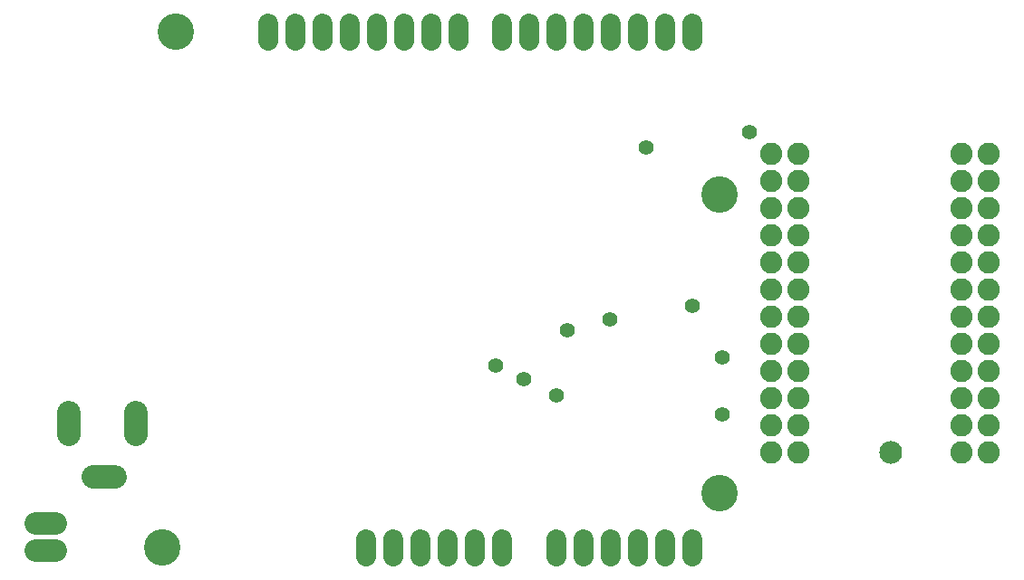
<source format=gbs>
G75*
G70*
%OFA0B0*%
%FSLAX24Y24*%
%IPPOS*%
%LPD*%
%AMOC8*
5,1,8,0,0,1.08239X$1,22.5*
%
%ADD10C,0.1340*%
%ADD11C,0.0720*%
%ADD12C,0.0820*%
%ADD13C,0.0867*%
%ADD14C,0.0820*%
%ADD15C,0.0556*%
%ADD16C,0.0840*%
D10*
X006900Y001550D03*
X027400Y003550D03*
X027400Y014550D03*
X007400Y020550D03*
D11*
X010800Y020870D02*
X010800Y020230D01*
X011800Y020230D02*
X011800Y020870D01*
X012800Y020870D02*
X012800Y020230D01*
X013800Y020230D02*
X013800Y020870D01*
X014800Y020870D02*
X014800Y020230D01*
X015800Y020230D02*
X015800Y020870D01*
X016800Y020870D02*
X016800Y020230D01*
X017800Y020230D02*
X017800Y020870D01*
X019400Y020870D02*
X019400Y020230D01*
X020400Y020230D02*
X020400Y020870D01*
X021400Y020870D02*
X021400Y020230D01*
X022400Y020230D02*
X022400Y020870D01*
X023400Y020870D02*
X023400Y020230D01*
X024400Y020230D02*
X024400Y020870D01*
X025400Y020870D02*
X025400Y020230D01*
X026400Y020230D02*
X026400Y020870D01*
X026400Y001870D02*
X026400Y001230D01*
X025400Y001230D02*
X025400Y001870D01*
X024400Y001870D02*
X024400Y001230D01*
X023400Y001230D02*
X023400Y001870D01*
X022400Y001870D02*
X022400Y001230D01*
X021400Y001230D02*
X021400Y001870D01*
X019400Y001870D02*
X019400Y001230D01*
X018400Y001230D02*
X018400Y001870D01*
X017400Y001870D02*
X017400Y001230D01*
X016400Y001230D02*
X016400Y001870D01*
X015400Y001870D02*
X015400Y001230D01*
X014400Y001230D02*
X014400Y001870D01*
D12*
X029300Y005050D03*
X030300Y005050D03*
X030300Y006050D03*
X029300Y006050D03*
X029300Y007050D03*
X030300Y007050D03*
X030300Y008050D03*
X029300Y008050D03*
X029300Y009050D03*
X030300Y009050D03*
X030300Y010050D03*
X029300Y010050D03*
X029300Y011050D03*
X030300Y011050D03*
X030300Y012050D03*
X029300Y012050D03*
X029300Y013050D03*
X030300Y013050D03*
X030300Y014050D03*
X029300Y014050D03*
X029300Y015050D03*
X030300Y015050D03*
X030300Y016050D03*
X029300Y016050D03*
X036300Y016050D03*
X037300Y016050D03*
X037300Y015050D03*
X036300Y015050D03*
X036300Y014050D03*
X037300Y014050D03*
X037300Y013050D03*
X036300Y013050D03*
X036300Y012050D03*
X037300Y012050D03*
X037300Y011050D03*
X036300Y011050D03*
X036300Y010050D03*
X037300Y010050D03*
X037300Y009050D03*
X036300Y009050D03*
X036300Y008050D03*
X037300Y008050D03*
X037300Y007050D03*
X036300Y007050D03*
X036300Y006050D03*
X037300Y006050D03*
X037300Y005050D03*
X036300Y005050D03*
D13*
X005933Y005741D02*
X005933Y006528D01*
X003453Y006528D02*
X003453Y005741D01*
X004358Y004166D02*
X005146Y004166D01*
D14*
X002970Y001450D02*
X002230Y001450D01*
X002230Y002450D02*
X002970Y002450D01*
D15*
X019150Y008250D03*
X020200Y007750D03*
X021400Y007150D03*
X021800Y009550D03*
X023350Y009950D03*
X026400Y010450D03*
X027500Y008550D03*
X027500Y006450D03*
X024700Y016300D03*
X028500Y016850D03*
D16*
X033700Y005050D03*
M02*

</source>
